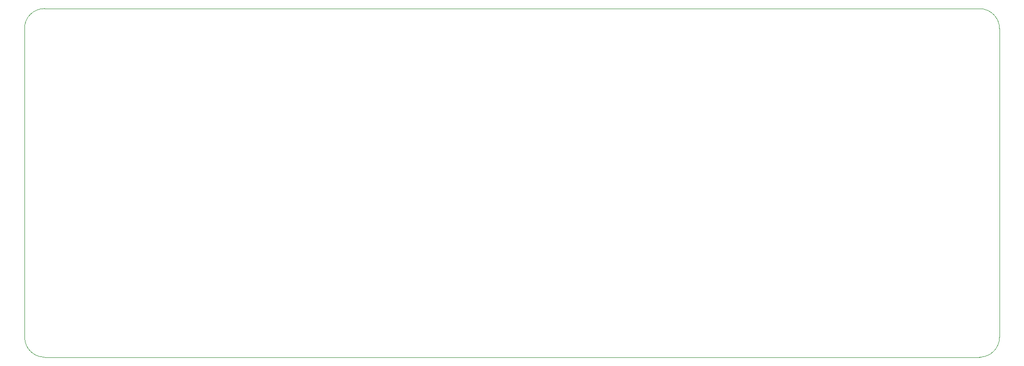
<source format=gbr>
%TF.GenerationSoftware,KiCad,Pcbnew,9.0.2*%
%TF.CreationDate,2025-06-09T15:28:44-04:00*%
%TF.ProjectId,ChipTester_354,43686970-5465-4737-9465-725f3335342e,rev?*%
%TF.SameCoordinates,Original*%
%TF.FileFunction,Profile,NP*%
%FSLAX46Y46*%
G04 Gerber Fmt 4.6, Leading zero omitted, Abs format (unit mm)*
G04 Created by KiCad (PCBNEW 9.0.2) date 2025-06-09 15:28:44*
%MOMM*%
%LPD*%
G01*
G04 APERTURE LIST*
%TA.AperFunction,Profile*%
%ADD10C,0.050000*%
%TD*%
G04 APERTURE END LIST*
D10*
X68865000Y-115000000D02*
G75*
G02*
X65365000Y-111500000I0J3500000D01*
G01*
X233865000Y-53500000D02*
X68839900Y-53474874D01*
X65339874Y-56974874D02*
G75*
G02*
X68839874Y-53474874I3499996J4D01*
G01*
X233865000Y-53500000D02*
G75*
G02*
X237365000Y-57000000I0J-3500000D01*
G01*
X68865000Y-115000000D02*
X233865000Y-115000000D01*
X237365000Y-111500000D02*
X237365000Y-57000000D01*
X65365000Y-111500000D02*
X65339875Y-56974874D01*
X237365000Y-111500000D02*
G75*
G02*
X233865000Y-115000000I-3500000J0D01*
G01*
M02*

</source>
